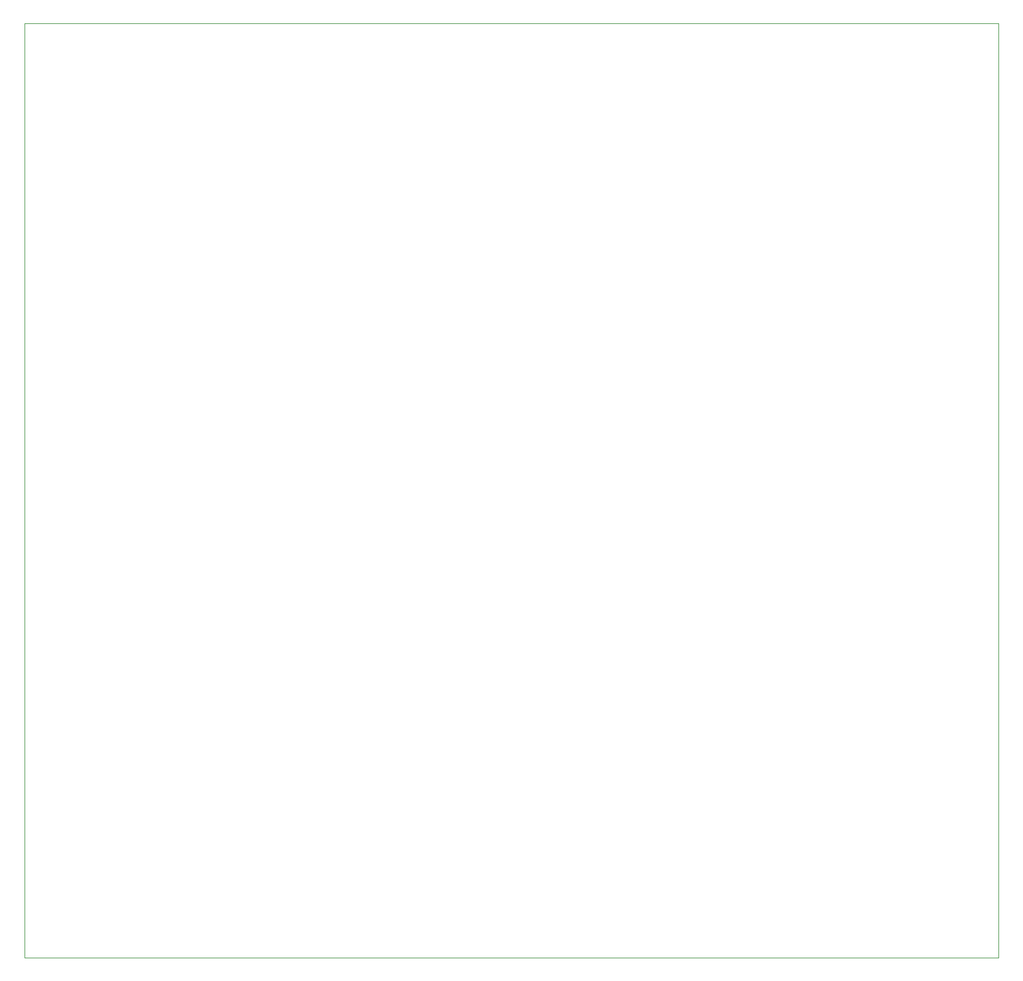
<source format=gbr>
%TF.GenerationSoftware,KiCad,Pcbnew,8.0.5*%
%TF.CreationDate,2024-10-16T12:35:09-06:00*%
%TF.ProjectId,main V4,6d61696e-2056-4342-9e6b-696361645f70,rev?*%
%TF.SameCoordinates,Original*%
%TF.FileFunction,Profile,NP*%
%FSLAX46Y46*%
G04 Gerber Fmt 4.6, Leading zero omitted, Abs format (unit mm)*
G04 Created by KiCad (PCBNEW 8.0.5) date 2024-10-16 12:35:09*
%MOMM*%
%LPD*%
G01*
G04 APERTURE LIST*
%TA.AperFunction,Profile*%
%ADD10C,0.050000*%
%TD*%
G04 APERTURE END LIST*
D10*
X65000000Y-36195000D02*
X199390000Y-36195000D01*
X199390000Y-165000000D01*
X65000000Y-165000000D01*
X65000000Y-36195000D01*
M02*

</source>
